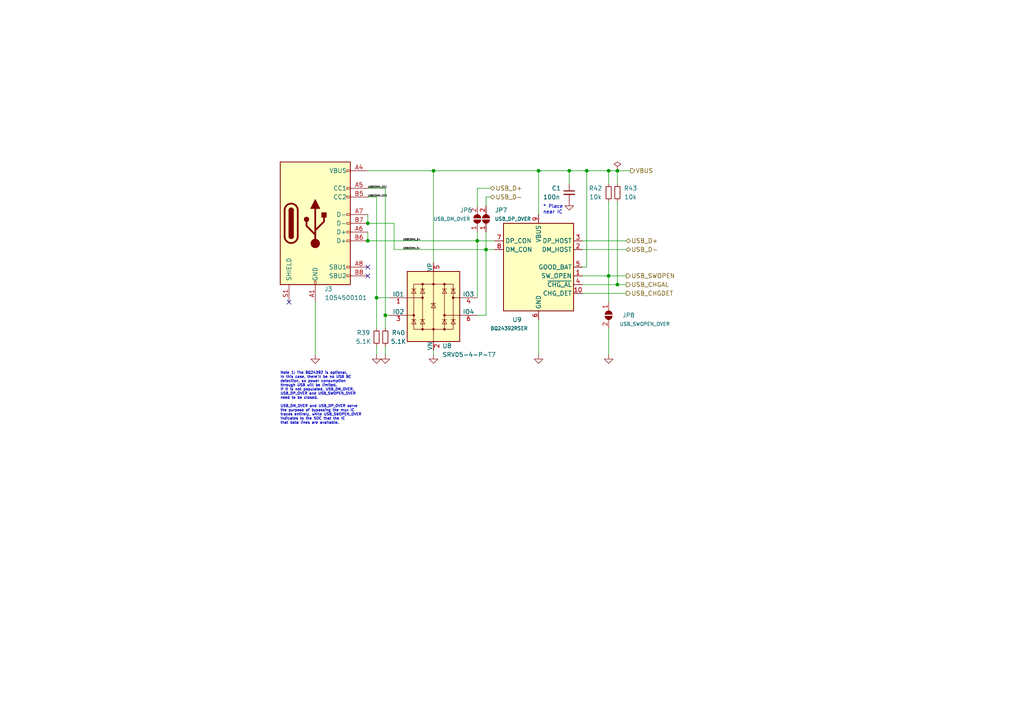
<source format=kicad_sch>
(kicad_sch (version 20211123) (generator eeschema)
  (paper "A4")
  (lib_symbols
    (symbol "Connector:USB_C_Receptacle_USB2.0" (pin_names (offset 1.016))
      (property "Reference" "J" (at -10.16 19.05 0))
      (property "Value" "USB_C_Receptacle_USB2.0" (at 19.05 19.05 0))
      (symbol "USB_C_Receptacle_USB2.0_0_0"
        (rectangle (start -0.254 -17.78) (end 0.254 -16.764))
        (rectangle (start 10.16 -14.986) (end 9.144 -15.494))
        (rectangle (start 10.16 -12.446) (end 9.144 -12.954))
        (rectangle (start 10.16 -4.826) (end 9.144 -5.334))
        (rectangle (start 10.16 -2.286) (end 9.144 -2.794))
        (rectangle (start 10.16 0.254) (end 9.144 -0.254))
        (rectangle (start 10.16 2.794) (end 9.144 2.286))
        (rectangle (start 10.16 7.874) (end 9.144 7.366))
        (rectangle (start 10.16 10.414) (end 9.144 9.906))
        (rectangle (start 10.16 15.494) (end 9.144 14.986))
      )
      (symbol "USB_C_Receptacle_USB2.0_0_1"
        (rectangle (start -10.16 17.78) (end 10.16 -17.78) (stroke (width 0.254)) (fill (type background)))
        (arc (start -8.89 -3.81) (mid -6.985 -5.715) (end -5.08 -3.81) (stroke (width 0.508)))
        (arc (start -7.62 -3.81) (mid -6.985 -4.445) (end -6.35 -3.81) (stroke (width 0.254)))
        (arc (start -7.62 -3.81) (mid -6.985 -4.445) (end -6.35 -3.81) (stroke (width 0.254)) (fill (type outline)))
        (rectangle (start -7.62 -3.81) (end -6.35 3.81) (stroke (width 0.254)) (fill (type outline)))
        (arc (start -6.35 3.81) (mid -6.985 4.445) (end -7.62 3.81) (stroke (width 0.254)))
        (arc (start -6.35 3.81) (mid -6.985 4.445) (end -7.62 3.81) (stroke (width 0.254)) (fill (type outline)))
        (arc (start -5.08 3.81) (mid -6.985 5.715) (end -8.89 3.81) (stroke (width 0.508)))
        (circle (center -2.54 1.143) (radius 0.635) (stroke (width 0.254)) (fill (type outline)))
        (circle (center 0 -5.842) (radius 1.27) (fill (type outline)))
        (polyline (pts (xy -8.89 -3.81) (xy -8.89 3.81)) (stroke (width 0.508)))
        (polyline (pts (xy -5.08 3.81) (xy -5.08 -3.81)) (stroke (width 0.508)))
        (polyline (pts (xy 0 -5.842) (xy 0 4.318)) (stroke (width 0.508)))
        (polyline (pts (xy 0 -3.302) (xy -2.54 -0.762) (xy -2.54 0.508)) (stroke (width 0.508)))
        (polyline (pts (xy 0 -2.032) (xy 2.54 0.508) (xy 2.54 1.778)) (stroke (width 0.508)))
        (polyline (pts (xy -1.27 4.318) (xy 0 6.858) (xy 1.27 4.318) (xy -1.27 4.318)) (stroke (width 0.254)) (fill (type outline)))
        (rectangle (start 1.905 1.778) (end 3.175 3.048) (stroke (width 0.254)) (fill (type outline)))
      )
      (symbol "USB_C_Receptacle_USB2.0_1_1"
        (pin passive line (at 0 -22.86 90) (length 5.08) (name "GND") (number "A1"))
        (pin passive line (at 0 -22.86 90) (length 5.08) hide (name "GND") (number "A12"))
        (pin passive line (at 15.24 15.24 180) (length 5.08) (name "VBUS") (number "A4"))
        (pin bidirectional line (at 15.24 10.16 180) (length 5.08) (name "CC1") (number "A5"))
        (pin bidirectional line (at 15.24 -2.54 180) (length 5.08) (name "D+") (number "A6"))
        (pin bidirectional line (at 15.24 2.54 180) (length 5.08) (name "D-") (number "A7"))
        (pin bidirectional line (at 15.24 -12.7 180) (length 5.08) (name "SBU1") (number "A8"))
        (pin passive line (at 15.24 15.24 180) (length 5.08) hide (name "VBUS") (number "A9"))
        (pin passive line (at 0 -22.86 90) (length 5.08) hide (name "GND") (number "B1"))
        (pin passive line (at 0 -22.86 90) (length 5.08) hide (name "GND") (number "B12"))
        (pin passive line (at 15.24 15.24 180) (length 5.08) hide (name "VBUS") (number "B4"))
        (pin bidirectional line (at 15.24 7.62 180) (length 5.08) (name "CC2") (number "B5"))
        (pin bidirectional line (at 15.24 -5.08 180) (length 5.08) (name "D+") (number "B6"))
        (pin bidirectional line (at 15.24 0 180) (length 5.08) (name "D-") (number "B7"))
        (pin bidirectional line (at 15.24 -15.24 180) (length 5.08) (name "SBU2") (number "B8"))
        (pin passive line (at 15.24 15.24 180) (length 5.08) hide (name "VBUS") (number "B9"))
        (pin passive line (at -7.62 -22.86 90) (length 5.08) (name "SHIELD") (number "S1"))
      )
    )
    (symbol "Device:C_Small" (pin_numbers hide) (pin_names (offset 0.254) hide)
      (property "Reference" "C" (at 0.254 1.778 0))
      (property "Value" "C_Small" (at 0.254 -2.032 0))
      (symbol "C_Small_0_1"
        (polyline (pts (xy -1.524 -0.508) (xy 1.524 -0.508)) (stroke (width 0.3302)))
        (polyline (pts (xy -1.524 0.508) (xy 1.524 0.508)) (stroke (width 0.3048)))
      )
      (symbol "C_Small_1_1"
        (pin passive line (at 0 2.54 270) (length 2.032) (name "~") (number "1"))
        (pin passive line (at 0 -2.54 90) (length 2.032) (name "~") (number "2"))
      )
    )
    (symbol "Device:R_Small" (pin_numbers hide) (pin_names (offset 0.254) hide)
      (property "Reference" "R" (at 0.762 0.508 0))
      (property "Value" "R_Small" (at 0.762 -1.016 0))
      (symbol "R_Small_0_1"
        (rectangle (start -0.762 1.778) (end 0.762 -1.778) (stroke (width 0.2032)))
      )
      (symbol "R_Small_1_1"
        (pin passive line (at 0 2.54 270) (length 0.762) (name "~") (number "1"))
        (pin passive line (at 0 -2.54 90) (length 0.762) (name "~") (number "2"))
      )
    )
    (symbol "Interface_USB:BQ24392"
      (property "Reference" "U" (at -8.89 13.97 0))
      (property "Value" "BQ24392" (at 5.08 13.97 0))
      (symbol "BQ24392_0_1"
        (rectangle (start -10.16 12.7) (end 10.16 -12.7) (stroke (width 0.254)) (fill (type background)))
      )
      (symbol "BQ24392_1_1"
        (pin open_collector line (at 12.7 -2.54 180) (length 2.54) (name "SW_OPEN") (number "1"))
        (pin output line (at 12.7 -7.62 180) (length 2.54) (name "CHG_DET") (number "10"))
        (pin bidirectional line (at 12.7 5.08 180) (length 2.54) (name "DM_HOST") (number "2"))
        (pin bidirectional line (at 12.7 7.62 180) (length 2.54) (name "DP_HOST") (number "3"))
        (pin open_collector line (at 12.7 -5.08 180) (length 2.54) (name "~{CHG_AL}") (number "4"))
        (pin input line (at 12.7 0 180) (length 2.54) (name "GOOD_BAT") (number "5"))
        (pin power_in line (at 0 -15.24 90) (length 2.54) (name "GND") (number "6"))
        (pin bidirectional line (at -12.7 7.62 0) (length 2.54) (name "DP_CON") (number "7"))
        (pin bidirectional line (at -12.7 5.08 0) (length 2.54) (name "DM_CON") (number "8"))
        (pin power_in line (at 0 15.24 270) (length 2.54) (name "VBUS") (number "9"))
      )
    )
    (symbol "Jumper:SolderJumper_2_Open" (pin_names (offset 0) hide)
      (property "Reference" "JP" (at 0 2.032 0))
      (property "Value" "SolderJumper_2_Open" (at 0 -2.54 0))
      (symbol "SolderJumper_2_Open_0_1"
        (arc (start -0.254 1.016) (mid -1.27 0) (end -0.254 -1.016))
        (arc (start -0.254 1.016) (mid -1.27 0) (end -0.254 -1.016) (fill (type outline)))
        (polyline (pts (xy -0.254 1.016) (xy -0.254 -1.016)))
        (polyline (pts (xy 0.254 1.016) (xy 0.254 -1.016)))
        (arc (start 0.254 -1.016) (mid 1.27 0) (end 0.254 1.016))
        (arc (start 0.254 -1.016) (mid 1.27 0) (end 0.254 1.016) (fill (type outline)))
      )
      (symbol "SolderJumper_2_Open_1_1"
        (pin passive line (at -3.81 0 0) (length 2.54) (name "A") (number "1"))
        (pin passive line (at 3.81 0 180) (length 2.54) (name "B") (number "2"))
      )
    )
    (symbol "Power_Protection:SRV05-4" (pin_names (offset 0))
      (property "Reference" "U" (at -5.08 11.43 0))
      (property "Value" "SRV05-4" (at 2.54 11.43 0))
      (symbol "SRV05-4_0_0"
        (rectangle (start -5.715 6.477) (end 5.715 -6.604))
        (polyline (pts (xy -3.175 -6.604) (xy -3.175 6.477)))
        (polyline (pts (xy 3.175 6.477) (xy 3.175 -6.604)))
      )
      (symbol "SRV05-4_0_1"
        (rectangle (start -7.62 10.16) (end 7.62 -10.16) (stroke (width 0.254)) (fill (type background)))
        (circle (center -5.715 -2.54) (radius 0.2794) (fill (type outline)))
        (circle (center -3.175 -6.604) (radius 0.2794) (fill (type outline)))
        (circle (center -3.175 2.54) (radius 0.2794) (fill (type outline)))
        (circle (center -3.175 6.477) (radius 0.2794) (fill (type outline)))
        (circle (center 0 -6.604) (radius 0.2794) (fill (type outline)))
        (polyline (pts (xy -7.747 2.54) (xy -3.175 2.54)))
        (polyline (pts (xy -7.62 -2.54) (xy -5.715 -2.54)))
        (polyline (pts (xy -5.08 -3.81) (xy -6.35 -3.81)))
        (polyline (pts (xy -5.08 5.08) (xy -6.35 5.08)))
        (polyline (pts (xy -2.54 -3.81) (xy -3.81 -3.81)))
        (polyline (pts (xy -2.54 5.08) (xy -3.81 5.08)))
        (polyline (pts (xy 0 10.16) (xy 0 -10.16)))
        (polyline (pts (xy 3.81 -3.81) (xy 2.54 -3.81)))
        (polyline (pts (xy 3.81 5.08) (xy 2.54 5.08)))
        (polyline (pts (xy 6.35 -3.81) (xy 5.08 -3.81)))
        (polyline (pts (xy 6.35 5.08) (xy 5.08 5.08)))
        (polyline (pts (xy 7.62 -2.54) (xy 3.175 -2.54)))
        (polyline (pts (xy 7.62 2.54) (xy 5.715 2.54)))
        (polyline (pts (xy 0.635 0.889) (xy -0.635 0.889) (xy -0.635 0.635)))
        (polyline (pts (xy -5.08 -5.08) (xy -6.35 -5.08) (xy -5.715 -3.81) (xy -5.08 -5.08)))
        (polyline (pts (xy -5.08 3.81) (xy -6.35 3.81) (xy -5.715 5.08) (xy -5.08 3.81)))
        (polyline (pts (xy -2.54 -5.08) (xy -3.81 -5.08) (xy -3.175 -3.81) (xy -2.54 -5.08)))
        (polyline (pts (xy -2.54 3.81) (xy -3.81 3.81) (xy -3.175 5.08) (xy -2.54 3.81)))
        (polyline (pts (xy 0.635 -0.381) (xy -0.635 -0.381) (xy 0 0.889) (xy 0.635 -0.381)))
        (polyline (pts (xy 3.81 -5.08) (xy 2.54 -5.08) (xy 3.175 -3.81) (xy 3.81 -5.08)))
        (polyline (pts (xy 3.81 3.81) (xy 2.54 3.81) (xy 3.175 5.08) (xy 3.81 3.81)))
        (polyline (pts (xy 6.35 -5.08) (xy 5.08 -5.08) (xy 5.715 -3.81) (xy 6.35 -5.08)))
        (polyline (pts (xy 6.35 3.81) (xy 5.08 3.81) (xy 5.715 5.08) (xy 6.35 3.81)))
        (circle (center 0 6.477) (radius 0.2794) (fill (type outline)))
        (circle (center 3.175 -6.604) (radius 0.2794) (fill (type outline)))
        (circle (center 3.175 -2.54) (radius 0.2794) (fill (type outline)))
        (circle (center 3.175 6.477) (radius 0.2794) (fill (type outline)))
        (circle (center 5.715 2.54) (radius 0.2794) (fill (type outline)))
      )
      (symbol "SRV05-4_1_1"
        (pin passive line (at -12.7 2.54 0) (length 5.08) (name "IO1") (number "1"))
        (pin passive line (at 0 -12.7 90) (length 2.54) (name "VN") (number "2"))
        (pin passive line (at -12.7 -2.54 0) (length 5.08) (name "IO2") (number "3"))
        (pin passive line (at 12.7 2.54 180) (length 5.08) (name "IO3") (number "4"))
        (pin passive line (at 0 12.7 270) (length 2.54) (name "VP") (number "5"))
        (pin passive line (at 12.7 -2.54 180) (length 5.08) (name "IO4") (number "6"))
      )
    )
    (symbol "power:GND" (power) (pin_names (offset 0))
      (property "Value" "GND" (at 0 -3.81 0))
      (symbol "GND_0_1"
        (polyline (pts (xy 0 0) (xy 0 -1.27) (xy 1.27 -1.27) (xy 0 -2.54) (xy -1.27 -1.27) (xy 0 -1.27)))
      )
      (symbol "GND_1_1"
        (pin power_in line (at 0 0 270) (length 0) hide (name "GND") (number "1"))
      )
    )
    (symbol "power:PWR_FLAG" (power) (pin_numbers hide) (pin_names (offset 0) hide)
      (property "Value" "PWR_FLAG" (at 0 3.81 0))
      (symbol "PWR_FLAG_0_0"
        (pin power_out line (at 0 0 90) (length 0) (name "pwr") (number "1"))
      )
      (symbol "PWR_FLAG_0_1"
        (polyline (pts (xy 0 0) (xy 0 1.27) (xy -1.016 1.905) (xy 0 2.54) (xy 1.016 1.905) (xy 0 1.27)))
      )
    )
  )
  (junction (at 111.76 91.44))
  (junction (at 179.07 49.53))
  (junction (at 125.73 49.53))
  (junction (at 140.97 72.39))
  (junction (at 138.43 69.85))
  (junction (at 170.18 49.53))
  (junction (at 176.53 80.01))
  (junction (at 109.22 86.36))
  (junction (at 106.68 64.77))
  (junction (at 156.21 49.53))
  (junction (at 176.53 49.53))
  (junction (at 106.68 69.85))
  (junction (at 165.1 49.53))
  (junction (at 179.07 82.55))
  (no_connect (at 106.68 80.01))
  (no_connect (at 106.68 77.47))
  (no_connect (at 83.82 87.63))
  (wire (pts (xy 156.21 102.87) (xy 156.21 92.71)))
  (wire (pts (xy 111.76 100.33) (xy 111.76 102.87)))
  (wire (pts (xy 109.22 86.36) (xy 113.03 86.36)))
  (wire (pts (xy 176.53 49.53) (xy 176.53 53.34)))
  (wire (pts (xy 170.18 49.53) (xy 176.53 49.53)))
  (wire (pts (xy 125.73 101.6) (xy 125.73 102.87)))
  (wire (pts (xy 111.76 54.61) (xy 111.76 91.44)))
  (wire (pts (xy 114.3 64.77) (xy 106.68 64.77)))
  (wire (pts (xy 168.91 80.01) (xy 176.53 80.01)))
  (wire (pts (xy 176.53 95.25) (xy 176.53 102.87)))
  (wire (pts (xy 106.68 67.31) (xy 106.68 69.85)))
  (wire (pts (xy 156.21 49.53) (xy 165.1 49.53)))
  (wire (pts (xy 109.22 86.36) (xy 109.22 95.25)))
  (wire (pts (xy 140.97 72.39) (xy 140.97 91.44)))
  (wire (pts (xy 113.03 91.44) (xy 111.76 91.44)))
  (wire (pts (xy 138.43 69.85) (xy 138.43 86.36)))
  (wire (pts (xy 109.22 57.15) (xy 109.22 86.36)))
  (wire (pts (xy 140.97 72.39) (xy 114.3 72.39)))
  (wire (pts (xy 179.07 58.42) (xy 179.07 82.55)))
  (wire (pts (xy 109.22 100.33) (xy 109.22 102.87)))
  (wire (pts (xy 111.76 91.44) (xy 111.76 95.25)))
  (wire (pts (xy 179.07 82.55) (xy 181.61 82.55)))
  (wire (pts (xy 168.91 72.39) (xy 181.61 72.39)))
  (wire (pts (xy 125.73 76.2) (xy 125.73 49.53)))
  (wire (pts (xy 170.18 49.53) (xy 170.18 77.47)))
  (wire (pts (xy 106.68 49.53) (xy 125.73 49.53)))
  (wire (pts (xy 138.43 54.61) (xy 138.43 59.69)))
  (wire (pts (xy 176.53 80.01) (xy 176.53 87.63)))
  (wire (pts (xy 114.3 72.39) (xy 114.3 64.77)))
  (wire (pts (xy 168.91 85.09) (xy 181.61 85.09)))
  (wire (pts (xy 106.68 69.85) (xy 138.43 69.85)))
  (wire (pts (xy 143.51 72.39) (xy 140.97 72.39)))
  (wire (pts (xy 138.43 91.44) (xy 140.97 91.44)))
  (wire (pts (xy 168.91 77.47) (xy 170.18 77.47)))
  (wire (pts (xy 179.07 49.53) (xy 182.88 49.53)))
  (wire (pts (xy 176.53 49.53) (xy 179.07 49.53)))
  (wire (pts (xy 140.97 67.31) (xy 140.97 72.39)))
  (wire (pts (xy 179.07 49.53) (xy 179.07 53.34)))
  (wire (pts (xy 140.97 57.15) (xy 140.97 59.69)))
  (wire (pts (xy 165.1 49.53) (xy 170.18 49.53)))
  (wire (pts (xy 138.43 67.31) (xy 138.43 69.85)))
  (wire (pts (xy 165.1 49.53) (xy 165.1 53.34)))
  (wire (pts (xy 106.68 57.15) (xy 109.22 57.15)))
  (wire (pts (xy 156.21 49.53) (xy 156.21 62.23)))
  (wire (pts (xy 176.53 80.01) (xy 181.61 80.01)))
  (wire (pts (xy 176.53 58.42) (xy 176.53 80.01)))
  (wire (pts (xy 142.24 57.15) (xy 140.97 57.15)))
  (wire (pts (xy 168.91 69.85) (xy 181.61 69.85)))
  (wire (pts (xy 91.44 102.87) (xy 91.44 87.63)))
  (wire (pts (xy 168.91 82.55) (xy 179.07 82.55)))
  (wire (pts (xy 106.68 62.23) (xy 106.68 64.77)))
  (wire (pts (xy 138.43 69.85) (xy 143.51 69.85)))
  (wire (pts (xy 106.68 54.61) (xy 111.76 54.61)))
  (wire (pts (xy 142.24 54.61) (xy 138.43 54.61)))
  (wire (pts (xy 125.73 49.53) (xy 156.21 49.53)))
  (text "* Place\nnear IC" (at 157.48 62.23 0) (effects (font (size 1 1)) (justify left bottom)))
  (text "Note 1: The BQ24392 is optional.\nIn this case, there'll be no USB BC\ndetection, so power consumption\nthrough USB will be limited.\nIf it is not populated, USB_DM_OVER,\nUSB_DP_OVER and USB_SWOPEN_OVER\nneed to be closed.\n\nUSB_DM_OVER and USB_DP_OVER serve\nthe purpose of bypassing the mux IC\ntraces entirely, while USB_SWOPEN_OVER\nindicates to the SOC that the IC\nthat data lines are available." (at 81.28 123.19 0) (effects (font (size 0.75 0.75)) (justify left bottom)))
  (label "USBCONN_CC1" (at 106.68 54.61 0) (effects (font (size 0.5 0.5))))
  (label "USBCONN_D-" (at 116.84 72.39 0) (effects (font (size 0.5 0.5))))
  (label "USBCONN_CC2" (at 106.68 57.15 0) (effects (font (size 0.5 0.5))))
  (label "USBCONN_D+" (at 116.84 69.85 0) (effects (font (size 0.5 0.5))))
  (hierarchical_label "USB_D-" (shape bidirectional) (at 142.24 57.15 0))
  (hierarchical_label "VBUS" (shape output) (at 182.88 49.53 0))
  (hierarchical_label "USB_D+" (shape bidirectional) (at 181.61 69.85 0))
  (hierarchical_label "USB_SWOPEN" (shape output) (at 181.61 80.01 0))
  (hierarchical_label "USB_CHGDET" (shape output) (at 181.61 85.09 0))
  (hierarchical_label "USB_CHGAL" (shape output) (at 181.61 82.55 0))
  (hierarchical_label "USB_D+" (shape bidirectional) (at 142.24 54.61 0))
  (hierarchical_label "USB_D-" (shape bidirectional) (at 181.61 72.39 0))
  (symbol (lib_id "Jumper:SolderJumper_2_Open") (at 176.53 91.44 270) (unit 1)
    (property "Reference" "JP8" (at 184.15 91.44 90) (effects (justify right)))
    (property "Value" "USB_SWOPEN_OVER" (at 194.31 93.98 90) (effects (font (size 1 1)) (justify right)))
    (property "Footprint" "Jumper:SolderJumper-2_P1.3mm_Open_RoundedPad1.0x1.5mm" (effects hide))
  )
  (symbol (lib_id "Device:R_Small") (at 111.76 97.79 0) (unit 1)
    (property "Reference" "R40" (at 115.57 96.52 0))
    (property "Value" "5.1K" (at 115.57 99.06 0))
    (property "Footprint" "Resistor_SMD:R_0402_1005Metric_Pad0.72x0.64mm_HandSolder" (effects hide))
  )
  (symbol (lib_id "Jumper:SolderJumper_2_Open") (at 140.97 63.5 90) (unit 1)
    (property "Reference" "JP7" (at 143.51 60.96 90) (effects (justify right)))
    (property "Value" "USB_DP_OVER" (at 143.51 63.5 90) (effects (font (size 1 1)) (justify right)))
    (property "Footprint" "Jumper:SolderJumper-2_P1.3mm_Open_RoundedPad1.0x1.5mm" (effects hide))
  )
  (symbol (lib_id "Power_Protection:SRV05-4") (at 125.73 88.9 0) (unit 1)
    (property "Reference" "U8" (at 128.27 100.33 0) (effects (justify left)))
    (property "Value" "SRV05-4-P-T7" (at 128.27 102.87 0) (effects (justify left)))
    (property "Footprint" "Package_TO_SOT_SMD:SOT-23-6" (effects hide))
    (property "Datasheet" "http://www.onsemi.com/pub/Collateral/SRV05-4-D.PDF" (effects hide))
    (property "JLCPCB Part" "C85364" (effects hide))
    (property "MFR" "SRV05-4-P-T7" (effects hide))
  )
  (symbol (lib_id "Device:R_Small") (at 109.22 97.79 0) (unit 1)
    (property "Reference" "R39" (at 105.41 96.52 0))
    (property "Value" "5.1K" (at 105.41 99.06 0))
    (property "Footprint" "Resistor_SMD:R_0402_1005Metric_Pad0.72x0.64mm_HandSolder" (effects hide))
  )
  (symbol (lib_id "power:GND") (at 125.73 102.87 0) (unit 1)
    (property "Reference" "#PWR0104" (effects hide))
    (property "Value" "GND" (effects hide))
  )
  (symbol (lib_id "Device:R_Small") (at 179.07 55.88 0) (unit 1)
    (property "Reference" "R43" (at 182.88 54.61 0))
    (property "Value" "10k" (at 182.88 57.15 0))
    (property "Footprint" "Resistor_SMD:R_0402_1005Metric_Pad0.72x0.64mm_HandSolder" (effects hide))
  )
  (symbol (lib_id "Connector:USB_C_Receptacle_USB2.0") (at 91.44 64.77 0) (unit 1)
    (property "Reference" "J3" (at 95.25 83.82 0))
    (property "Value" "1054500101" (at 100.33 86.36 0))
    (property "Footprint" "Connector_USB:USB_C_Receptacle_Molex_105450-0101" (effects hide))
    (property "Datasheet" "https://www.usb.org/sites/default/files/documents/usb_type-c.zip" (effects hide))
    (property "JLCPCB Part" "C134092" (effects hide))
    (property "MFR" "1054500101" (effects hide))
  )
  (symbol (lib_id "power:GND") (at 176.53 102.87 0) (unit 1)
    (property "Reference" "#PWR0102" (effects hide))
    (property "Value" "GND" (effects hide))
  )
  (symbol (lib_id "Device:R_Small") (at 176.53 55.88 0) (unit 1)
    (property "Reference" "R42" (at 172.72 54.61 0))
    (property "Value" "10k" (at 172.72 57.15 0))
    (property "Footprint" "Resistor_SMD:R_0402_1005Metric_Pad0.72x0.64mm_HandSolder" (effects hide))
  )
  (symbol (lib_id "Jumper:SolderJumper_2_Open") (at 138.43 63.5 90) (unit 1)
    (property "Reference" "JP6" (at 133.35 60.96 90) (effects (justify right)))
    (property "Value" "USB_DM_OVER" (at 125.73 63.5 90) (effects (font (size 1 1)) (justify right)))
    (property "Footprint" "Jumper:SolderJumper-2_P1.3mm_Open_RoundedPad1.0x1.5mm" (effects hide))
  )
  (symbol (lib_id "Interface_USB:BQ24392") (at 156.21 77.47 0) (unit 1)
    (property "Reference" "U9" (at 148.59 92.71 0) (effects (justify left)))
    (property "Value" "BQ24392RSER" (at 142.24 95.25 0) (effects (font (size 1 1)) (justify left)))
    (property "Footprint" "Package_DFN_QFN:Texas_R-PUQFN-N10" (effects hide))
    (property "Datasheet" "http://www.ti.com/lit/ds/symlink/bq24392.pdf" (effects hide))
  )
  (symbol (lib_id "power:GND") (at 165.1 58.42 0) (unit 1)
    (property "Reference" "#PWR0120" (effects hide))
    (property "Value" "GND" (effects hide))
  )
  (symbol (lib_id "power:GND") (at 91.44 102.87 0) (unit 1)
    (property "Reference" "#PWR0107" (effects hide))
    (property "Value" "GND" (effects hide))
  )
  (symbol (lib_id "power:GND") (at 111.76 102.87 0) (unit 1)
    (property "Reference" "#PWR0105" (effects hide))
    (property "Value" "GND" (effects hide))
  )
  (symbol (lib_id "power:GND") (at 109.22 102.87 0) (unit 1)
    (property "Reference" "#PWR0106" (effects hide))
    (property "Value" "GND" (effects hide))
  )
  (symbol (lib_id "power:GND") (at 156.21 102.87 0) (unit 1)
    (property "Reference" "#PWR0103" (effects hide))
    (property "Value" "GND" (effects hide))
  )
  (symbol (lib_id "Device:C_Small") (at 165.1 55.88 0) (unit 1)
    (property "Reference" "C1" (at 160.02 54.61 0) (effects (justify left)))
    (property "Value" "100n" (at 157.48 57.15 0) (effects (justify left)))
    (property "Footprint" "Capacitor_SMD:C_0402_1005Metric_Pad0.74x0.62mm_HandSolder" (effects hide))
  )
  (symbol (lib_id "power:PWR_FLAG") (at 179.07 49.53 0) (unit 1)
    (property "Reference" "#FLG0103" (effects hide))
    (property "Value" "PWR_FLAG" (effects hide))
  )
)
</source>
